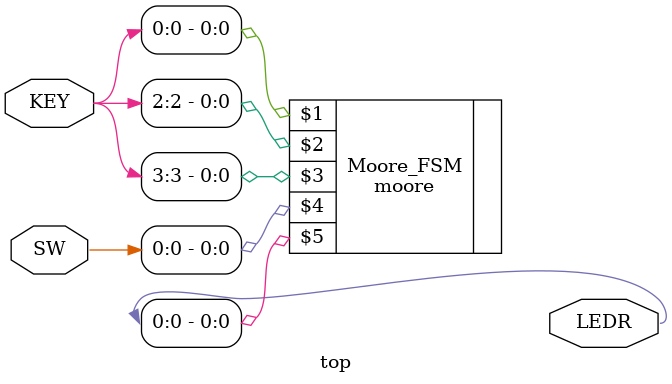
<source format=v>
module top (SW, KEY, LEDR);

    input wire [9:0] SW;        // DE-series switches
    input wire [3:0] KEY;       // DE-series pushbuttons

    output wire [9:0] LEDR;     // DE-series LEDs   

    moore Moore_FSM (KEY[0], KEY[2], KEY[3], SW[0], LEDR[0]);

endmodule


</source>
